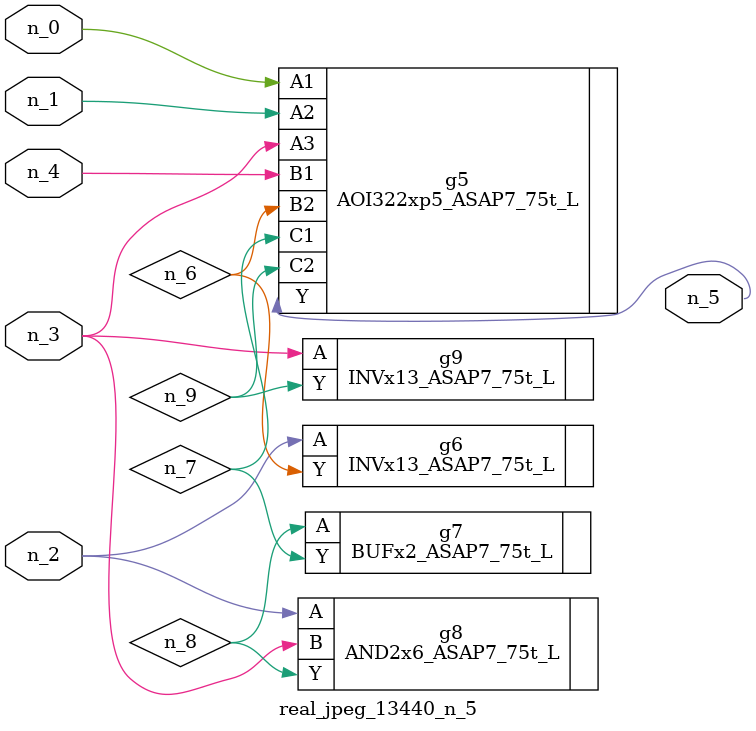
<source format=v>
module real_jpeg_13440_n_5 (n_4, n_0, n_1, n_2, n_3, n_5);

input n_4;
input n_0;
input n_1;
input n_2;
input n_3;

output n_5;

wire n_8;
wire n_6;
wire n_7;
wire n_9;

AOI322xp5_ASAP7_75t_L g5 ( 
.A1(n_0),
.A2(n_1),
.A3(n_3),
.B1(n_4),
.B2(n_6),
.C1(n_7),
.C2(n_9),
.Y(n_5)
);

INVx13_ASAP7_75t_L g6 ( 
.A(n_2),
.Y(n_6)
);

AND2x6_ASAP7_75t_L g8 ( 
.A(n_2),
.B(n_3),
.Y(n_8)
);

INVx13_ASAP7_75t_L g9 ( 
.A(n_3),
.Y(n_9)
);

BUFx2_ASAP7_75t_L g7 ( 
.A(n_8),
.Y(n_7)
);


endmodule
</source>
